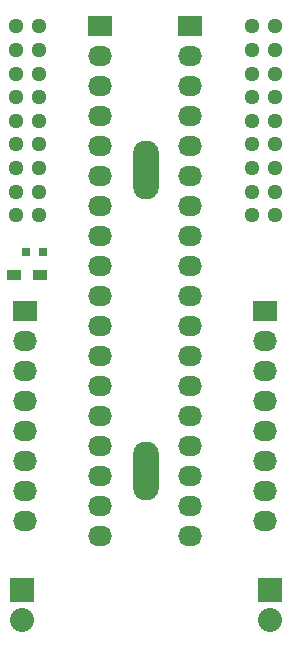
<source format=gts>
G04 #@! TF.FileFunction,Soldermask,Top*
%FSLAX46Y46*%
G04 Gerber Fmt 4.6, Leading zero omitted, Abs format (unit mm)*
G04 Created by KiCad (PCBNEW 4.0.5+dfsg1-4~bpo8+1) date Sat Jun 24 18:36:41 2017*
%MOMM*%
%LPD*%
G01*
G04 APERTURE LIST*
%ADD10C,0.100000*%
%ADD11C,1.300480*%
%ADD12O,2.200000X5.000000*%
%ADD13R,0.797560X0.797560*%
%ADD14R,2.032000X1.727200*%
%ADD15O,2.032000X1.727200*%
%ADD16R,1.200000X0.900000*%
%ADD17R,2.032000X2.032000*%
%ADD18O,2.032000X2.032000*%
G04 APERTURE END LIST*
D10*
D11*
X162990000Y-48310000D03*
X164990000Y-48310000D03*
X162990000Y-50310000D03*
X164990000Y-50310000D03*
X162990000Y-52310000D03*
X164990000Y-52310000D03*
X162990000Y-54310000D03*
X164990000Y-54310000D03*
X162990000Y-56310000D03*
X164990000Y-56310000D03*
X162990000Y-58310000D03*
X164990000Y-58310000D03*
X162990000Y-60310000D03*
X164990000Y-60310000D03*
X162990000Y-62310000D03*
X164990000Y-62310000D03*
X162990000Y-64310000D03*
X164990000Y-64310000D03*
X184990000Y-64310000D03*
X182990000Y-64310000D03*
X184990000Y-62310000D03*
X182990000Y-62310000D03*
X184990000Y-60310000D03*
X182990000Y-60310000D03*
X184990000Y-58310000D03*
X182990000Y-58310000D03*
X184990000Y-56310000D03*
X182990000Y-56310000D03*
X184990000Y-54310000D03*
X182990000Y-54310000D03*
X184990000Y-52310000D03*
X182990000Y-52310000D03*
X184990000Y-50310000D03*
X182990000Y-50310000D03*
X184990000Y-48310000D03*
X182990000Y-48310000D03*
D12*
X174000000Y-86000000D03*
X174000000Y-60500000D03*
D13*
X165341300Y-67437000D03*
X163842700Y-67437000D03*
D14*
X170180000Y-48260000D03*
D15*
X170180000Y-50800000D03*
X170180000Y-53340000D03*
X170180000Y-55880000D03*
X170180000Y-58420000D03*
X170180000Y-60960000D03*
X170180000Y-63500000D03*
X170180000Y-66040000D03*
X170180000Y-68580000D03*
X170180000Y-71120000D03*
X170180000Y-73660000D03*
X170180000Y-76200000D03*
X170180000Y-78740000D03*
X170180000Y-81280000D03*
X170180000Y-83820000D03*
X170180000Y-86360000D03*
X170180000Y-88900000D03*
X170180000Y-91440000D03*
D14*
X163830000Y-72390000D03*
D15*
X163830000Y-74930000D03*
X163830000Y-77470000D03*
X163830000Y-80010000D03*
X163830000Y-82550000D03*
X163830000Y-85090000D03*
X163830000Y-87630000D03*
X163830000Y-90170000D03*
D14*
X177800000Y-48260000D03*
D15*
X177800000Y-50800000D03*
X177800000Y-53340000D03*
X177800000Y-55880000D03*
X177800000Y-58420000D03*
X177800000Y-60960000D03*
X177800000Y-63500000D03*
X177800000Y-66040000D03*
X177800000Y-68580000D03*
X177800000Y-71120000D03*
X177800000Y-73660000D03*
X177800000Y-76200000D03*
X177800000Y-78740000D03*
X177800000Y-81280000D03*
X177800000Y-83820000D03*
X177800000Y-86360000D03*
X177800000Y-88900000D03*
X177800000Y-91440000D03*
D14*
X184150000Y-72390000D03*
D15*
X184150000Y-74930000D03*
X184150000Y-77470000D03*
X184150000Y-80010000D03*
X184150000Y-82550000D03*
X184150000Y-85090000D03*
X184150000Y-87630000D03*
X184150000Y-90170000D03*
D16*
X162857000Y-69342000D03*
X165057000Y-69342000D03*
D17*
X184500000Y-96000000D03*
D18*
X184500000Y-98540000D03*
D17*
X163500000Y-96000000D03*
D18*
X163500000Y-98540000D03*
M02*

</source>
